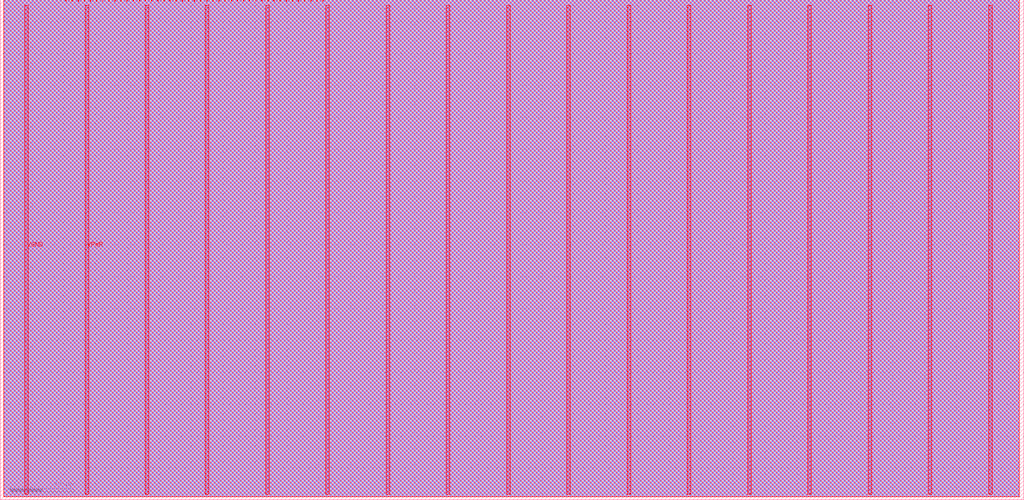
<source format=lef>
VERSION 5.8 ;
BUSBITCHARS "[]" ;
DIVIDERCHAR "/" ;
UNITS
    DATABASE MICRONS 1000 ;
END UNITS

VIA tt_um_meiniKi_ttihp_fazyrv_exotiny_via1_2_2200_440_1_5_410_410
  VIARULE via1Array ;
  CUTSIZE 0.19 0.19 ;
  LAYERS Metal1 Via1 Metal2 ;
  CUTSPACING 0.22 0.22 ;
  ENCLOSURE 0.01 0.125 0.05 0.005 ;
  ROWCOL 1 5 ;
END tt_um_meiniKi_ttihp_fazyrv_exotiny_via1_2_2200_440_1_5_410_410

VIA tt_um_meiniKi_ttihp_fazyrv_exotiny_via2_3_2200_440_1_5_410_410
  VIARULE via2Array ;
  CUTSIZE 0.19 0.19 ;
  LAYERS Metal2 Via2 Metal3 ;
  CUTSPACING 0.22 0.22 ;
  ENCLOSURE 0.05 0.005 0.005 0.05 ;
  ROWCOL 1 5 ;
END tt_um_meiniKi_ttihp_fazyrv_exotiny_via2_3_2200_440_1_5_410_410

VIA tt_um_meiniKi_ttihp_fazyrv_exotiny_via3_4_2200_440_1_5_410_410
  VIARULE via3Array ;
  CUTSIZE 0.19 0.19 ;
  LAYERS Metal3 Via3 Metal4 ;
  CUTSPACING 0.22 0.22 ;
  ENCLOSURE 0.005 0.05 0.05 0.005 ;
  ROWCOL 1 5 ;
END tt_um_meiniKi_ttihp_fazyrv_exotiny_via3_4_2200_440_1_5_410_410

VIA tt_um_meiniKi_ttihp_fazyrv_exotiny_via4_5_2200_440_1_5_410_410
  VIARULE via4Array ;
  CUTSIZE 0.19 0.19 ;
  LAYERS Metal4 Via4 Metal5 ;
  CUTSPACING 0.22 0.22 ;
  ENCLOSURE 0.05 0.005 0.185 0.05 ;
  ROWCOL 1 5 ;
END tt_um_meiniKi_ttihp_fazyrv_exotiny_via4_5_2200_440_1_5_410_410

MACRO tt_um_meiniKi_ttihp_fazyrv_exotiny
  FOREIGN tt_um_meiniKi_ttihp_fazyrv_exotiny 0 0 ;
  CLASS BLOCK ;
  SIZE 642.24 BY 313.74 ;
  PIN clk
    DIRECTION INPUT ;
    USE SIGNAL ;
    PORT
      LAYER Metal5 ;
        RECT  198.57 312.74 198.87 313.74 ;
    END
  END clk
  PIN ena
    DIRECTION INPUT ;
    USE SIGNAL ;
    PORT
      LAYER Metal5 ;
        RECT  202.41 312.74 202.71 313.74 ;
    END
  END ena
  PIN rst_n
    DIRECTION INPUT ;
    USE SIGNAL ;
    PORT
      LAYER Metal5 ;
        RECT  194.73 312.74 195.03 313.74 ;
    END
  END rst_n
  PIN ui_in[0]
    DIRECTION INPUT ;
    USE SIGNAL ;
    PORT
      LAYER Metal5 ;
        RECT  190.89 312.74 191.19 313.74 ;
    END
  END ui_in[0]
  PIN ui_in[1]
    DIRECTION INPUT ;
    USE SIGNAL ;
    PORT
      LAYER Metal5 ;
        RECT  187.05 312.74 187.35 313.74 ;
    END
  END ui_in[1]
  PIN ui_in[2]
    DIRECTION INPUT ;
    USE SIGNAL ;
    PORT
      LAYER Metal5 ;
        RECT  183.21 312.74 183.51 313.74 ;
    END
  END ui_in[2]
  PIN ui_in[3]
    DIRECTION INPUT ;
    USE SIGNAL ;
    PORT
      LAYER Metal5 ;
        RECT  179.37 312.74 179.67 313.74 ;
    END
  END ui_in[3]
  PIN ui_in[4]
    DIRECTION INPUT ;
    USE SIGNAL ;
    PORT
      LAYER Metal5 ;
        RECT  175.53 312.74 175.83 313.74 ;
    END
  END ui_in[4]
  PIN ui_in[5]
    DIRECTION INPUT ;
    USE SIGNAL ;
    PORT
      LAYER Metal5 ;
        RECT  171.69 312.74 171.99 313.74 ;
    END
  END ui_in[5]
  PIN ui_in[6]
    DIRECTION INPUT ;
    USE SIGNAL ;
    PORT
      LAYER Metal5 ;
        RECT  167.85 312.74 168.15 313.74 ;
    END
  END ui_in[6]
  PIN ui_in[7]
    DIRECTION INPUT ;
    USE SIGNAL ;
    PORT
      LAYER Metal5 ;
        RECT  164.01 312.74 164.31 313.74 ;
    END
  END ui_in[7]
  PIN uio_in[0]
    DIRECTION INPUT ;
    USE SIGNAL ;
    PORT
      LAYER Metal5 ;
        RECT  160.17 312.74 160.47 313.74 ;
    END
  END uio_in[0]
  PIN uio_in[1]
    DIRECTION INPUT ;
    USE SIGNAL ;
    PORT
      LAYER Metal5 ;
        RECT  156.33 312.74 156.63 313.74 ;
    END
  END uio_in[1]
  PIN uio_in[2]
    DIRECTION INPUT ;
    USE SIGNAL ;
    PORT
      LAYER Metal5 ;
        RECT  152.49 312.74 152.79 313.74 ;
    END
  END uio_in[2]
  PIN uio_in[3]
    DIRECTION INPUT ;
    USE SIGNAL ;
    PORT
      LAYER Metal5 ;
        RECT  148.65 312.74 148.95 313.74 ;
    END
  END uio_in[3]
  PIN uio_in[4]
    DIRECTION INPUT ;
    USE SIGNAL ;
    PORT
      LAYER Metal5 ;
        RECT  144.81 312.74 145.11 313.74 ;
    END
  END uio_in[4]
  PIN uio_in[5]
    DIRECTION INPUT ;
    USE SIGNAL ;
    PORT
      LAYER Metal5 ;
        RECT  140.97 312.74 141.27 313.74 ;
    END
  END uio_in[5]
  PIN uio_in[6]
    DIRECTION INPUT ;
    USE SIGNAL ;
    PORT
      LAYER Metal5 ;
        RECT  137.13 312.74 137.43 313.74 ;
    END
  END uio_in[6]
  PIN uio_in[7]
    DIRECTION INPUT ;
    USE SIGNAL ;
    PORT
      LAYER Metal5 ;
        RECT  133.29 312.74 133.59 313.74 ;
    END
  END uio_in[7]
  PIN uio_oe[0]
    DIRECTION OUTPUT ;
    USE SIGNAL ;
    PORT
      LAYER Metal5 ;
        RECT  68.01 312.74 68.31 313.74 ;
    END
  END uio_oe[0]
  PIN uio_oe[1]
    DIRECTION OUTPUT ;
    USE SIGNAL ;
    PORT
      LAYER Metal5 ;
        RECT  64.17 312.74 64.47 313.74 ;
    END
  END uio_oe[1]
  PIN uio_oe[2]
    DIRECTION OUTPUT ;
    USE SIGNAL ;
    PORT
      LAYER Metal5 ;
        RECT  60.33 312.74 60.63 313.74 ;
    END
  END uio_oe[2]
  PIN uio_oe[3]
    DIRECTION OUTPUT ;
    USE SIGNAL ;
    PORT
      LAYER Metal5 ;
        RECT  56.49 312.74 56.79 313.74 ;
    END
  END uio_oe[3]
  PIN uio_oe[4]
    DIRECTION OUTPUT ;
    USE SIGNAL ;
    PORT
      LAYER Metal5 ;
        RECT  52.65 312.74 52.95 313.74 ;
    END
  END uio_oe[4]
  PIN uio_oe[5]
    DIRECTION OUTPUT ;
    USE SIGNAL ;
    PORT
      LAYER Metal5 ;
        RECT  48.81 312.74 49.11 313.74 ;
    END
  END uio_oe[5]
  PIN uio_oe[6]
    DIRECTION OUTPUT ;
    USE SIGNAL ;
    PORT
      LAYER Metal5 ;
        RECT  44.97 312.74 45.27 313.74 ;
    END
  END uio_oe[6]
  PIN uio_oe[7]
    DIRECTION OUTPUT ;
    USE SIGNAL ;
    PORT
      LAYER Metal5 ;
        RECT  41.13 312.74 41.43 313.74 ;
    END
  END uio_oe[7]
  PIN uio_out[0]
    DIRECTION OUTPUT ;
    USE SIGNAL ;
    PORT
      LAYER Metal5 ;
        RECT  98.73 312.74 99.03 313.74 ;
    END
  END uio_out[0]
  PIN uio_out[1]
    DIRECTION OUTPUT ;
    USE SIGNAL ;
    PORT
      LAYER Metal5 ;
        RECT  94.89 312.74 95.19 313.74 ;
    END
  END uio_out[1]
  PIN uio_out[2]
    DIRECTION OUTPUT ;
    USE SIGNAL ;
    PORT
      LAYER Metal5 ;
        RECT  91.05 312.74 91.35 313.74 ;
    END
  END uio_out[2]
  PIN uio_out[3]
    DIRECTION OUTPUT ;
    USE SIGNAL ;
    PORT
      LAYER Metal5 ;
        RECT  87.21 312.74 87.51 313.74 ;
    END
  END uio_out[3]
  PIN uio_out[4]
    DIRECTION OUTPUT ;
    USE SIGNAL ;
    PORT
      LAYER Metal5 ;
        RECT  83.37 312.74 83.67 313.74 ;
    END
  END uio_out[4]
  PIN uio_out[5]
    DIRECTION OUTPUT ;
    USE SIGNAL ;
    PORT
      LAYER Metal5 ;
        RECT  79.53 312.74 79.83 313.74 ;
    END
  END uio_out[5]
  PIN uio_out[6]
    DIRECTION OUTPUT ;
    USE SIGNAL ;
    PORT
      LAYER Metal5 ;
        RECT  75.69 312.74 75.99 313.74 ;
    END
  END uio_out[6]
  PIN uio_out[7]
    DIRECTION OUTPUT ;
    USE SIGNAL ;
    PORT
      LAYER Metal5 ;
        RECT  71.85 312.74 72.15 313.74 ;
    END
  END uio_out[7]
  PIN uo_out[0]
    DIRECTION OUTPUT ;
    USE SIGNAL ;
    PORT
      LAYER Metal5 ;
        RECT  129.45 312.74 129.75 313.74 ;
    END
  END uo_out[0]
  PIN uo_out[1]
    DIRECTION OUTPUT ;
    USE SIGNAL ;
    PORT
      LAYER Metal5 ;
        RECT  125.61 312.74 125.91 313.74 ;
    END
  END uo_out[1]
  PIN uo_out[2]
    DIRECTION OUTPUT ;
    USE SIGNAL ;
    PORT
      LAYER Metal5 ;
        RECT  121.77 312.74 122.07 313.74 ;
    END
  END uo_out[2]
  PIN uo_out[3]
    DIRECTION OUTPUT ;
    USE SIGNAL ;
    PORT
      LAYER Metal5 ;
        RECT  117.93 312.74 118.23 313.74 ;
    END
  END uo_out[3]
  PIN uo_out[4]
    DIRECTION OUTPUT ;
    USE SIGNAL ;
    PORT
      LAYER Metal5 ;
        RECT  114.09 312.74 114.39 313.74 ;
    END
  END uo_out[4]
  PIN uo_out[5]
    DIRECTION OUTPUT ;
    USE SIGNAL ;
    PORT
      LAYER Metal5 ;
        RECT  110.25 312.74 110.55 313.74 ;
    END
  END uo_out[5]
  PIN uo_out[6]
    DIRECTION OUTPUT ;
    USE SIGNAL ;
    PORT
      LAYER Metal5 ;
        RECT  106.41 312.74 106.71 313.74 ;
    END
  END uo_out[6]
  PIN uo_out[7]
    DIRECTION OUTPUT ;
    USE SIGNAL ;
    PORT
      LAYER Metal5 ;
        RECT  102.57 312.74 102.87 313.74 ;
    END
  END uo_out[7]
  PIN VGND
    DIRECTION INOUT ;
    USE GROUND ;
    PORT
      LAYER Metal5 ;
        RECT  620.18 3.56 622.38 310.18 ;
        RECT  544.58 3.56 546.78 310.18 ;
        RECT  468.98 3.56 471.18 310.18 ;
        RECT  393.38 3.56 395.58 310.18 ;
        RECT  317.78 3.56 319.98 310.18 ;
        RECT  242.18 3.56 244.38 310.18 ;
        RECT  166.58 3.56 168.78 310.18 ;
        RECT  90.98 3.56 93.18 310.18 ;
        RECT  15.38 3.56 17.58 310.18 ;
    END
  END VGND
  PIN VPWR
    DIRECTION INOUT ;
    USE POWER ;
    PORT
      LAYER Metal5 ;
        RECT  582.38 3.56 584.58 310.18 ;
        RECT  506.78 3.56 508.98 310.18 ;
        RECT  431.18 3.56 433.38 310.18 ;
        RECT  355.58 3.56 357.78 310.18 ;
        RECT  279.98 3.56 282.18 310.18 ;
        RECT  204.38 3.56 206.58 310.18 ;
        RECT  128.78 3.56 130.98 310.18 ;
        RECT  53.18 3.56 55.38 310.18 ;
    END
  END VPWR
  OBS
    LAYER Metal1 ;
     RECT  2.255 1.955 639.36 313.74 ;
    LAYER Metal2 ;
     RECT  2.255 1.955 639.36 313.74 ;
    LAYER Metal3 ;
     RECT  2.255 1.955 639.36 313.74 ;
    LAYER Metal4 ;
     RECT  2.255 1.955 639.36 313.74 ;
    LAYER Metal5 ;
     RECT  2.255 1.955 639.36 313.74 ;
  END
END tt_um_meiniKi_ttihp_fazyrv_exotiny
END LIBRARY

</source>
